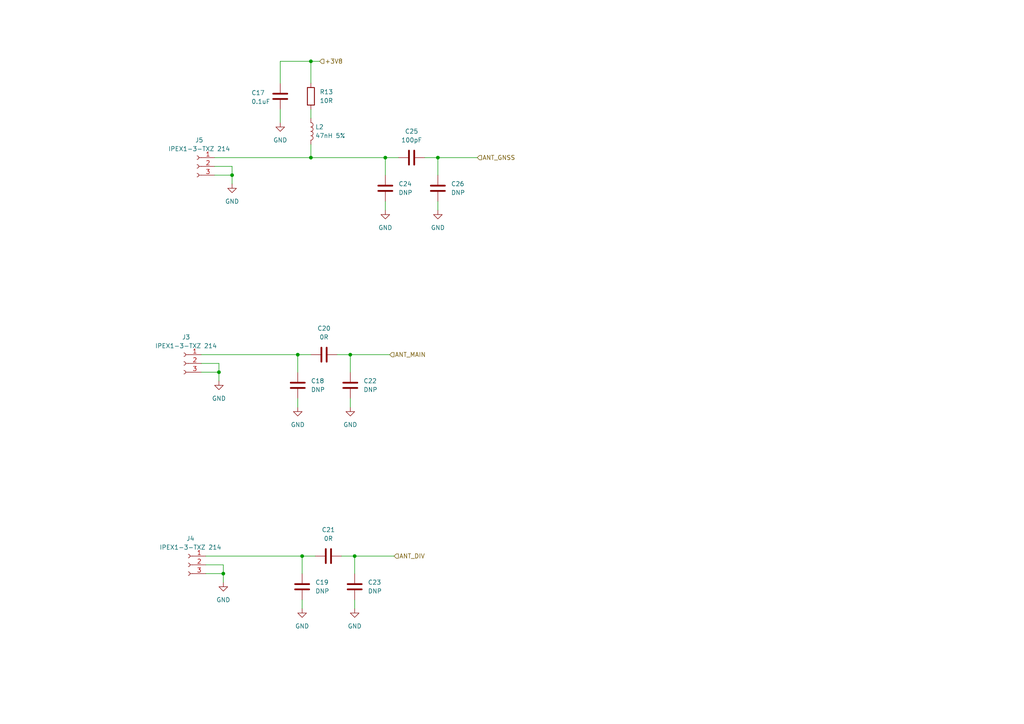
<source format=kicad_sch>
(kicad_sch (version 20231120) (generator "eeschema") (generator_version "7.99")
  (paper "A4")
  (lib_symbols
    (symbol "Connector:Conn_01x03_Socket" (pin_names (offset 1.016) hide)
      (property "Reference" "J" (at 0 5.08 0))
      (property "Value" "Conn_01x03_Socket" (at 0 -5.08 0))
      (symbol "Conn_01x03_Socket_1_1"
        (arc (start 0 -2.032) (mid -0.5058 -2.54) (end 0 -3.048) (stroke (width 0.1524)))
        (polyline (pts (xy -1.27 -2.54) (xy -0.508 -2.54)) (stroke (width 0.1524)))
        (polyline (pts (xy -1.27 0) (xy -0.508 0)) (stroke (width 0.1524)))
        (polyline (pts (xy -1.27 2.54) (xy -0.508 2.54)) (stroke (width 0.1524)))
        (arc (start 0 0.508) (mid -0.5058 0) (end 0 -0.508) (stroke (width 0.1524)))
        (arc (start 0 3.048) (mid -0.5058 2.54) (end 0 2.032) (stroke (width 0.1524)))
        (pin passive line (at -5.08 2.54 0) (length 3.81) (name "Pin_1") (number "1"))
        (pin passive line (at -5.08 0 0) (length 3.81) (name "Pin_2") (number "2"))
        (pin passive line (at -5.08 -2.54 0) (length 3.81) (name "Pin_3") (number "3"))
      )
    )
    (symbol "Device:C" (pin_numbers hide) (pin_names (offset 0.254))
      (property "Reference" "C" (at 0.635 2.54 0))
      (property "Value" "C" (at 0.635 -2.54 0))
      (symbol "C_0_1"
        (polyline (pts (xy -2.032 -0.762) (xy 2.032 -0.762)) (stroke (width 0.508)))
        (polyline (pts (xy -2.032 0.762) (xy 2.032 0.762)) (stroke (width 0.508)))
      )
      (symbol "C_1_1"
        (pin passive line (at 0 3.81 270) (length 2.794) (name "~") (number "1"))
        (pin passive line (at 0 -3.81 90) (length 2.794) (name "~") (number "2"))
      )
    )
    (symbol "Device:L" (pin_numbers hide) (pin_names (offset 1.016) hide)
      (property "Reference" "L" (at -1.27 0 90))
      (property "Value" "L" (at 1.905 0 90))
      (symbol "L_0_1"
        (arc (start 0 -2.54) (mid 0.6323 -1.905) (end 0 -1.27))
        (arc (start 0 -1.27) (mid 0.6323 -0.635) (end 0 0))
        (arc (start 0 0) (mid 0.6323 0.635) (end 0 1.27))
        (arc (start 0 1.27) (mid 0.6323 1.905) (end 0 2.54))
      )
      (symbol "L_1_1"
        (pin passive line (at 0 3.81 270) (length 1.27) (name "1") (number "1"))
        (pin passive line (at 0 -3.81 90) (length 1.27) (name "2") (number "2"))
      )
    )
    (symbol "Device:R" (pin_numbers hide) (pin_names (offset 0))
      (property "Reference" "R" (at 2.032 0 90))
      (property "Value" "R" (at 0 0 90))
      (symbol "R_0_1"
        (rectangle (start -1.016 -2.54) (end 1.016 2.54) (stroke (width 0.254)))
      )
      (symbol "R_1_1"
        (pin passive line (at 0 3.81 270) (length 1.27) (name "~") (number "1"))
        (pin passive line (at 0 -3.81 90) (length 1.27) (name "~") (number "2"))
      )
    )
    (symbol "power:GND" (power) (pin_names (offset 0))
      (property "Value" "GND" (at 0 -3.81 0))
      (symbol "GND_0_1"
        (polyline (pts (xy 0 0) (xy 0 -1.27) (xy 1.27 -1.27) (xy 0 -2.54) (xy -1.27 -1.27) (xy 0 -1.27)))
      )
      (symbol "GND_1_1"
        (pin power_in line (at 0 0 270) (length 0) hide (name "GND") (number "1"))
      )
    )
  )
  (junction (at 64.77 166.37))
  (junction (at 102.87 161.29))
  (junction (at 127 45.72))
  (junction (at 87.63 161.29))
  (junction (at 101.6 102.87))
  (junction (at 67.31 50.8))
  (junction (at 90.17 45.72))
  (junction (at 111.76 45.72))
  (junction (at 90.17 17.78))
  (junction (at 86.36 102.87))
  (junction (at 63.5 107.95))
  (wire (pts (xy 64.77 166.37) (xy 64.77 168.91)))
  (wire (pts (xy 90.17 17.78) (xy 90.17 24.13)))
  (wire (pts (xy 86.36 118.11) (xy 86.36 115.57)))
  (wire (pts (xy 81.28 17.78) (xy 90.17 17.78)))
  (wire (pts (xy 87.63 161.29) (xy 91.44 161.29)))
  (wire (pts (xy 101.6 102.87) (xy 113.03 102.87)))
  (wire (pts (xy 67.31 48.26) (xy 67.31 50.8)))
  (wire (pts (xy 86.36 102.87) (xy 90.17 102.87)))
  (wire (pts (xy 59.69 163.83) (xy 64.77 163.83)))
  (wire (pts (xy 62.23 50.8) (xy 67.31 50.8)))
  (wire (pts (xy 97.79 102.87) (xy 101.6 102.87)))
  (wire (pts (xy 127 60.96) (xy 127 58.42)))
  (wire (pts (xy 90.17 45.72) (xy 111.76 45.72)))
  (wire (pts (xy 67.31 50.8) (xy 67.31 53.34)))
  (wire (pts (xy 64.77 163.83) (xy 64.77 166.37)))
  (wire (pts (xy 102.87 166.37) (xy 102.87 161.29)))
  (wire (pts (xy 99.06 161.29) (xy 102.87 161.29)))
  (wire (pts (xy 101.6 107.95) (xy 101.6 102.87)))
  (wire (pts (xy 102.87 176.53) (xy 102.87 173.99)))
  (wire (pts (xy 62.23 45.72) (xy 90.17 45.72)))
  (wire (pts (xy 81.28 31.75) (xy 81.28 35.56)))
  (wire (pts (xy 127 50.8) (xy 127 45.72)))
  (wire (pts (xy 87.63 166.37) (xy 87.63 161.29)))
  (wire (pts (xy 111.76 50.8) (xy 111.76 45.72)))
  (wire (pts (xy 58.42 105.41) (xy 63.5 105.41)))
  (wire (pts (xy 123.19 45.72) (xy 127 45.72)))
  (wire (pts (xy 86.36 107.95) (xy 86.36 102.87)))
  (wire (pts (xy 111.76 45.72) (xy 115.57 45.72)))
  (wire (pts (xy 81.28 17.78) (xy 81.28 24.13)))
  (wire (pts (xy 90.17 41.91) (xy 90.17 45.72)))
  (wire (pts (xy 63.5 105.41) (xy 63.5 107.95)))
  (wire (pts (xy 111.76 60.96) (xy 111.76 58.42)))
  (wire (pts (xy 102.87 161.29) (xy 114.3 161.29)))
  (wire (pts (xy 58.42 102.87) (xy 86.36 102.87)))
  (wire (pts (xy 59.69 166.37) (xy 64.77 166.37)))
  (wire (pts (xy 58.42 107.95) (xy 63.5 107.95)))
  (wire (pts (xy 62.23 48.26) (xy 67.31 48.26)))
  (wire (pts (xy 87.63 176.53) (xy 87.63 173.99)))
  (wire (pts (xy 63.5 107.95) (xy 63.5 110.49)))
  (wire (pts (xy 90.17 17.78) (xy 92.71 17.78)))
  (wire (pts (xy 90.17 31.75) (xy 90.17 34.29)))
  (wire (pts (xy 101.6 118.11) (xy 101.6 115.57)))
  (wire (pts (xy 59.69 161.29) (xy 87.63 161.29)))
  (wire (pts (xy 127 45.72) (xy 138.43 45.72)))
  (hierarchical_label "+3V8" (shape input) (at 92.71 17.78 0))
  (hierarchical_label "ANT_GNSS" (shape input) (at 138.43 45.72 0))
  (hierarchical_label "ANT_DIV" (shape input) (at 114.3 161.29 0))
  (hierarchical_label "ANT_MAIN" (shape input) (at 113.03 102.87 0))
  (symbol (lib_id "power:GND") (at 63.5 110.49 0) (unit 1)
    (property "Reference" "#PWR025" (effects (hide yes)))
    (property "Value" "GND" (at 63.5 115.57 0))
    (property "Description" "Power symbol creates a global label with name \"GND\" , ground" (effects (hide yes)))
  )
  (symbol (lib_id "power:GND") (at 64.77 168.91 0) (unit 1)
    (property "Reference" "#PWR029" (effects (hide yes)))
    (property "Value" "GND" (at 64.77 173.99 0))
    (property "Description" "Power symbol creates a global label with name \"GND\" , ground" (effects (hide yes)))
  )
  (symbol (lib_id "Device:C") (at 127 54.61 0) (unit 1)
    (property "Reference" "C26" (at 130.81 53.3399 0) (effects (justify left)))
    (property "Value" "DNP" (at 130.81 55.8799 0) (effects (justify left)))
    (property "Footprint" "Capacitor_SMD:C_0603_1608Metric" (effects (hide yes)))
    (property "Description" "Unpolarized capacitor" (effects (hide yes)))
  )
  (symbol (lib_id "power:GND") (at 67.31 53.34 0) (unit 1)
    (property "Reference" "#PWR024" (effects (hide yes)))
    (property "Value" "GND" (at 67.31 58.42 0))
    (property "Description" "Power symbol creates a global label with name \"GND\" , ground" (effects (hide yes)))
  )
  (symbol (lib_id "power:GND") (at 102.87 176.53 0) (unit 1)
    (property "Reference" "#PWR032" (effects (hide yes)))
    (property "Value" "GND" (at 102.87 181.61 0))
    (property "Description" "Power symbol creates a global label with name \"GND\" , ground" (effects (hide yes)))
  )
  (symbol (lib_id "power:GND") (at 87.63 176.53 0) (unit 1)
    (property "Reference" "#PWR031" (effects (hide yes)))
    (property "Value" "GND" (at 87.63 181.61 0))
    (property "Description" "Power symbol creates a global label with name \"GND\" , ground" (effects (hide yes)))
  )
  (symbol (lib_id "Device:C") (at 81.28 27.94 0) (unit 1)
    (property "Reference" "C17" (at 72.898 26.924 0) (effects (justify left)))
    (property "Value" "0.1uF" (at 72.898 29.464 0) (effects (justify left)))
    (property "Footprint" "Capacitor_SMD:C_0603_1608Metric" (effects (hide yes)))
    (property "Description" "Unpolarized capacitor" (effects (hide yes)))
  )
  (symbol (lib_id "Device:C") (at 95.25 161.29 90) (unit 1)
    (property "Reference" "C21" (at 95.25 153.67 90))
    (property "Value" "0R" (at 95.25 156.21 90))
    (property "Footprint" "Capacitor_SMD:C_0603_1608Metric" (effects (hide yes)))
    (property "Description" "Unpolarized capacitor" (effects (hide yes)))
  )
  (symbol (lib_id "Device:C") (at 102.87 170.18 0) (unit 1)
    (property "Reference" "C23" (at 106.68 168.9099 0) (effects (justify left)))
    (property "Value" "DNP" (at 106.68 171.4499 0) (effects (justify left)))
    (property "Footprint" "Capacitor_SMD:C_0603_1608Metric" (effects (hide yes)))
    (property "Description" "Unpolarized capacitor" (effects (hide yes)))
  )
  (symbol (lib_id "Device:L") (at 90.17 38.1 0) (unit 1)
    (property "Reference" "L2" (at 91.44 36.8299 0) (effects (justify left)))
    (property "Value" "47nH 5%" (at 91.44 39.3699 0) (effects (justify left)))
    (property "Footprint" "Inductor_SMD:L_0402_1005Metric" (effects (hide yes)))
    (property "Datasheet" "  300mA 47nH ±5% 720mΩ 0402 Inductors (SMD) ROHS" (effects (hide yes)))
    (property "Description" "300mA 47nH ±5% 720mΩ 0402 Inductors (SMD) ROHS" (effects (hide yes)))
    (property "MPN" "LQG15HS47NJ02D" (effects (hide yes)))
  )
  (symbol (lib_id "Device:R") (at 90.17 27.94 0) (unit 1)
    (property "Reference" "R13" (at 92.71 26.6699 0) (effects (justify left)))
    (property "Value" "10R" (at 92.71 29.2099 0) (effects (justify left)))
    (property "Footprint" "Resistor_SMD:R_0603_1608Metric" (effects (hide yes)))
    (property "Description" "Resistor" (effects (hide yes)))
  )
  (symbol (lib_id "power:GND") (at 81.28 35.56 0) (unit 1)
    (property "Reference" "#PWR013" (effects (hide yes)))
    (property "Value" "GND" (at 81.28 40.64 0))
    (property "Description" "Power symbol creates a global label with name \"GND\" , ground" (effects (hide yes)))
  )
  (symbol (lib_id "power:GND") (at 111.76 60.96 0) (unit 1)
    (property "Reference" "#PWR022" (effects (hide yes)))
    (property "Value" "GND" (at 111.76 66.04 0))
    (property "Description" "Power symbol creates a global label with name \"GND\" , ground" (effects (hide yes)))
  )
  (symbol (lib_id "Device:C") (at 101.6 111.76 0) (unit 1)
    (property "Reference" "C22" (at 105.41 110.4899 0) (effects (justify left)))
    (property "Value" "DNP" (at 105.41 113.0299 0) (effects (justify left)))
    (property "Footprint" "Capacitor_SMD:C_0603_1608Metric" (effects (hide yes)))
    (property "Description" "Unpolarized capacitor" (effects (hide yes)))
  )
  (symbol (lib_id "power:GND") (at 101.6 118.11 0) (unit 1)
    (property "Reference" "#PWR028" (effects (hide yes)))
    (property "Value" "GND" (at 101.6 123.19 0))
    (property "Description" "Power symbol creates a global label with name \"GND\" , ground" (effects (hide yes)))
  )
  (symbol (lib_id "Connector:Conn_01x03_Socket") (at 57.15 48.26 0) (mirror y) (unit 1)
    (property "Reference" "J5" (at 57.785 40.64 0))
    (property "Value" "IPEX1-3-TXZ 214" (at 57.785 43.18 0))
    (property "Footprint" "Library:IPEX1-3-TXZ 214" (effects (hide yes)))
    (property "Description" "Generic connector, single row, 01x03, script generated" (effects (hide yes)))
  )
  (symbol (lib_id "Connector:Conn_01x03_Socket") (at 53.34 105.41 0) (mirror y) (unit 1)
    (property "Reference" "J3" (at 53.975 97.79 0))
    (property "Value" "IPEX1-3-TXZ 214" (at 53.975 100.33 0))
    (property "Footprint" "Library:IPEX1-3-TXZ 214" (effects (hide yes)))
    (property "Description" "Generic connector, single row, 01x03, script generated" (effects (hide yes)))
  )
  (symbol (lib_id "Device:C") (at 111.76 54.61 180) (unit 1)
    (property "Reference" "C24" (at 115.57 53.3399 0) (effects (justify right)))
    (property "Value" "DNP" (at 115.57 55.8799 0) (effects (justify right)))
    (property "Footprint" "Capacitor_SMD:C_0603_1608Metric" (effects (hide yes)))
    (property "Description" "Unpolarized capacitor" (effects (hide yes)))
  )
  (symbol (lib_id "Device:C") (at 86.36 111.76 180) (unit 1)
    (property "Reference" "C18" (at 90.17 110.4899 0) (effects (justify right)))
    (property "Value" "DNP" (at 90.17 113.0299 0) (effects (justify right)))
    (property "Footprint" "Capacitor_SMD:C_0603_1608Metric" (effects (hide yes)))
    (property "Description" "Unpolarized capacitor" (effects (hide yes)))
  )
  (symbol (lib_id "Device:C") (at 93.98 102.87 90) (unit 1)
    (property "Reference" "C20" (at 93.98 95.25 90))
    (property "Value" "0R" (at 93.98 97.79 90))
    (property "Footprint" "Capacitor_SMD:C_0603_1608Metric" (effects (hide yes)))
    (property "Description" "Unpolarized capacitor" (effects (hide yes)))
  )
  (symbol (lib_id "Device:C") (at 119.38 45.72 90) (unit 1)
    (property "Reference" "C25" (at 119.38 38.1 90))
    (property "Value" "100pF" (at 119.38 40.64 90))
    (property "Footprint" "Capacitor_SMD:C_0603_1608Metric" (effects (hide yes)))
    (property "Description" "Unpolarized capacitor" (effects (hide yes)))
  )
  (symbol (lib_id "power:GND") (at 86.36 118.11 0) (unit 1)
    (property "Reference" "#PWR027" (effects (hide yes)))
    (property "Value" "GND" (at 86.36 123.19 0))
    (property "Description" "Power symbol creates a global label with name \"GND\" , ground" (effects (hide yes)))
  )
  (symbol (lib_id "Device:C") (at 87.63 170.18 180) (unit 1)
    (property "Reference" "C19" (at 91.44 168.9099 0) (effects (justify right)))
    (property "Value" "DNP" (at 91.44 171.4499 0) (effects (justify right)))
    (property "Footprint" "Capacitor_SMD:C_0603_1608Metric" (effects (hide yes)))
    (property "Description" "Unpolarized capacitor" (effects (hide yes)))
  )
  (symbol (lib_id "Connector:Conn_01x03_Socket") (at 54.61 163.83 0) (mirror y) (unit 1)
    (property "Reference" "J4" (at 55.245 156.21 0))
    (property "Value" "IPEX1-3-TXZ 214" (at 55.245 158.75 0))
    (property "Footprint" "Library:IPEX1-3-TXZ 214" (effects (hide yes)))
    (property "Description" "Generic connector, single row, 01x03, script generated" (effects (hide yes)))
  )
  (symbol (lib_id "power:GND") (at 127 60.96 0) (unit 1)
    (property "Reference" "#PWR023" (effects (hide yes)))
    (property "Value" "GND" (at 127 66.04 0))
    (property "Description" "Power symbol creates a global label with name \"GND\" , ground" (effects (hide yes)))
  )
)
</source>
